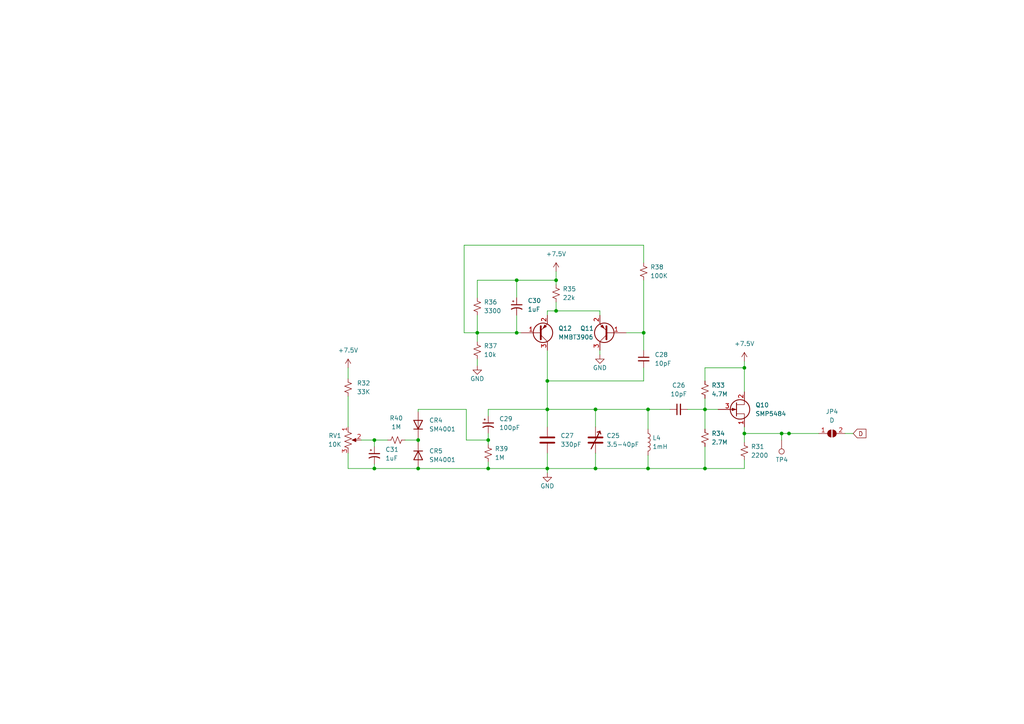
<source format=kicad_sch>
(kicad_sch (version 20221206) (generator eeschema)
  (paper "A4")
  (lib_symbols
    (symbol "Connector:TestPoint" (pin_numbers hide) (pin_names (offset 0.762) hide)
      (property "Reference" "TP" (at 0 6.858 0))
      (property "Value" "TestPoint" (at 0 5.08 0))
      (symbol "TestPoint_0_1"
        (circle (center 0 3.302) (radius 0.762))
      )
      (symbol "TestPoint_1_1"
        (pin passive line (at 0 0 90) (length 2.54) (name "1") (number "1"))
      )
    )
    (symbol "Device:C" (pin_numbers hide) (pin_names (offset 0.254))
      (property "Reference" "C" (at 0.635 2.54 0))
      (property "Value" "C" (at 0.635 -2.54 0))
      (symbol "C_0_1"
        (polyline (pts (xy -2.032 -0.762) (xy 2.032 -0.762)) (stroke (width 0.508)))
        (polyline (pts (xy -2.032 0.762) (xy 2.032 0.762)) (stroke (width 0.508)))
      )
      (symbol "C_1_1"
        (pin passive line (at 0 3.81 270) (length 2.794) (name "~") (number "1"))
        (pin passive line (at 0 -3.81 90) (length 2.794) (name "~") (number "2"))
      )
    )
    (symbol "Device:C_Polarized_Small_US" (pin_numbers hide) (pin_names (offset 0.254) hide)
      (property "Reference" "C" (at 0.254 1.778 0))
      (property "Value" "C_Polarized_Small_US" (at 0.254 -2.032 0))
      (symbol "C_Polarized_Small_US_0_1"
        (polyline (pts (xy -1.524 0.508) (xy 1.524 0.508)) (stroke (width 0.3048)))
        (polyline (pts (xy -1.27 1.524) (xy -0.762 1.524)))
        (polyline (pts (xy -1.016 1.27) (xy -1.016 1.778)))
        (arc (start 1.524 -0.762) (mid 0 -0.3734) (end -1.524 -0.762) (stroke (width 0.3048)))
      )
      (symbol "C_Polarized_Small_US_1_1"
        (pin passive line (at 0 2.54 270) (length 2.032) (name "~") (number "1"))
        (pin passive line (at 0 -2.54 90) (length 2.032) (name "~") (number "2"))
      )
    )
    (symbol "Device:C_Small" (pin_numbers hide) (pin_names (offset 0.254) hide)
      (property "Reference" "C" (at 0.254 1.778 0))
      (property "Value" "C_Small" (at 0.254 -2.032 0))
      (symbol "C_Small_0_1"
        (polyline (pts (xy -1.524 -0.508) (xy 1.524 -0.508)) (stroke (width 0.3302)))
        (polyline (pts (xy -1.524 0.508) (xy 1.524 0.508)) (stroke (width 0.3048)))
      )
      (symbol "C_Small_1_1"
        (pin passive line (at 0 2.54 270) (length 2.032) (name "~") (number "1"))
        (pin passive line (at 0 -2.54 90) (length 2.032) (name "~") (number "2"))
      )
    )
    (symbol "Device:C_Variable" (pin_numbers hide) (pin_names (offset 0.254) hide)
      (property "Reference" "C" (at 0.635 -1.905 0))
      (property "Value" "C_Variable" (at 0.635 -3.81 0))
      (symbol "C_Variable_0_1"
        (polyline (pts (xy -2.032 -0.762) (xy 2.032 -0.762)) (stroke (width 0.508)))
        (polyline (pts (xy -2.032 0.762) (xy 2.032 0.762)) (stroke (width 0.508)))
        (polyline (pts (xy 1.27 2.54) (xy -1.27 -2.54)) (stroke (width 0.3048)))
        (polyline (pts (xy 1.27 2.54) (xy 0.508 2.286)) (stroke (width 0.3048)))
        (polyline (pts (xy 1.27 2.54) (xy 1.524 1.778)) (stroke (width 0.3048)))
      )
      (symbol "C_Variable_1_1"
        (pin passive line (at 0 3.81 270) (length 3.048) (name "~") (number "1"))
        (pin passive line (at 0 -3.81 90) (length 3.048) (name "~") (number "2"))
      )
    )
    (symbol "Device:L" (pin_numbers hide) (pin_names (offset 1.016) hide)
      (property "Reference" "L" (at -1.27 0 90))
      (property "Value" "L" (at 1.905 0 90))
      (symbol "L_0_1"
        (arc (start 0 -2.54) (mid 0.6323 -1.905) (end 0 -1.27))
        (arc (start 0 -1.27) (mid 0.6323 -0.635) (end 0 0))
        (arc (start 0 0) (mid 0.6323 0.635) (end 0 1.27))
        (arc (start 0 1.27) (mid 0.6323 1.905) (end 0 2.54))
      )
      (symbol "L_1_1"
        (pin passive line (at 0 3.81 270) (length 1.27) (name "1") (number "1"))
        (pin passive line (at 0 -3.81 90) (length 1.27) (name "2") (number "2"))
      )
    )
    (symbol "Device:Q_NJFET_SDG" (pin_names (offset 0) hide)
      (property "Reference" "Q" (at 5.08 1.27 0))
      (property "Value" "Q_NJFET_SDG" (at 5.08 -1.27 0))
      (symbol "Q_NJFET_SDG_0_1"
        (polyline (pts (xy 0.254 1.905) (xy 0.254 -1.905) (xy 0.254 -1.905)) (stroke (width 0.254)))
        (polyline (pts (xy 2.54 -2.54) (xy 2.54 -1.27) (xy 0.254 -1.27)))
        (polyline (pts (xy 2.54 2.54) (xy 2.54 1.397) (xy 0.254 1.397)))
        (polyline (pts (xy 0 0) (xy -1.016 0.381) (xy -1.016 -0.381) (xy 0 0)) (fill (type outline)))
        (circle (center 1.27 0) (radius 2.8194) (stroke (width 0.254)))
      )
      (symbol "Q_NJFET_SDG_1_1"
        (pin passive line (at 2.54 -5.08 90) (length 2.54) (name "S") (number "1"))
        (pin passive line (at 2.54 5.08 270) (length 2.54) (name "D") (number "2"))
        (pin input line (at -5.08 0 0) (length 5.334) (name "G") (number "3"))
      )
    )
    (symbol "Device:R_Potentiometer_US" (pin_names (offset 1.016) hide)
      (property "Reference" "RV" (at -4.445 0 90))
      (property "Value" "R_Potentiometer_US" (at -2.54 0 90))
      (symbol "R_Potentiometer_US_0_1"
        (polyline (pts (xy 0 -2.286) (xy 0 -2.54)))
        (polyline (pts (xy 0 2.54) (xy 0 2.286)))
        (polyline (pts (xy 2.54 0) (xy 1.524 0)))
        (polyline (pts (xy 1.143 0) (xy 2.286 0.508) (xy 2.286 -0.508) (xy 1.143 0)) (fill (type outline)))
        (polyline (pts (xy 0 -0.762) (xy 1.016 -1.143) (xy 0 -1.524) (xy -1.016 -1.905) (xy 0 -2.286)))
        (polyline (pts (xy 0 0.762) (xy 1.016 0.381) (xy 0 0) (xy -1.016 -0.381) (xy 0 -0.762)))
        (polyline (pts (xy 0 2.286) (xy 1.016 1.905) (xy 0 1.524) (xy -1.016 1.143) (xy 0 0.762)))
      )
      (symbol "R_Potentiometer_US_1_1"
        (pin passive line (at 0 3.81 270) (length 1.27) (name "1") (number "1"))
        (pin passive line (at 3.81 0 180) (length 1.27) (name "2") (number "2"))
        (pin passive line (at 0 -3.81 90) (length 1.27) (name "3") (number "3"))
      )
    )
    (symbol "Device:R_Small_US" (pin_numbers hide) (pin_names (offset 0.254) hide)
      (property "Reference" "R" (at 0.762 0.508 0))
      (property "Value" "R_Small_US" (at 0.762 -1.016 0))
      (symbol "R_Small_US_1_1"
        (polyline (pts (xy 0 0) (xy 1.016 -0.381) (xy 0 -0.762) (xy -1.016 -1.143) (xy 0 -1.524)))
        (polyline (pts (xy 0 1.524) (xy 1.016 1.143) (xy 0 0.762) (xy -1.016 0.381) (xy 0 0)))
        (pin passive line (at 0 2.54 270) (length 1.016) (name "~") (number "1"))
        (pin passive line (at 0 -2.54 90) (length 1.016) (name "~") (number "2"))
      )
    )
    (symbol "Diode:SM4001" (pin_numbers hide) (pin_names (offset 1.016) hide)
      (property "Reference" "D" (at 0 2.54 0))
      (property "Value" "SM4001" (at 0 -2.54 0))
      (symbol "SM4001_0_1"
        (polyline (pts (xy -1.27 1.27) (xy -1.27 -1.27)) (stroke (width 0.254)))
        (polyline (pts (xy 1.27 0) (xy -1.27 0)))
        (polyline (pts (xy 1.27 1.27) (xy 1.27 -1.27) (xy -1.27 0) (xy 1.27 1.27)) (stroke (width 0.254)))
      )
      (symbol "SM4001_1_1"
        (pin passive line (at -3.81 0 0) (length 2.54) (name "K") (number "1"))
        (pin passive line (at 3.81 0 180) (length 2.54) (name "A") (number "2"))
      )
    )
    (symbol "Jumper:SolderJumper_2_Open" (pin_names (offset 0) hide)
      (property "Reference" "JP" (at 0 2.032 0))
      (property "Value" "SolderJumper_2_Open" (at 0 -2.54 0))
      (symbol "SolderJumper_2_Open_0_1"
        (arc (start -0.254 1.016) (mid -1.2656 0) (end -0.254 -1.016))
        (arc (start -0.254 1.016) (mid -1.2656 0) (end -0.254 -1.016) (fill (type outline)))
        (polyline (pts (xy -0.254 1.016) (xy -0.254 -1.016)))
        (polyline (pts (xy 0.254 1.016) (xy 0.254 -1.016)))
        (arc (start 0.254 -1.016) (mid 1.2656 0) (end 0.254 1.016))
        (arc (start 0.254 -1.016) (mid 1.2656 0) (end 0.254 1.016) (fill (type outline)))
      )
      (symbol "SolderJumper_2_Open_1_1"
        (pin passive line (at -3.81 0 0) (length 2.54) (name "A") (number "1"))
        (pin passive line (at 3.81 0 180) (length 2.54) (name "B") (number "2"))
      )
    )
    (symbol "Transistor_BJT:MMBT3906" (pin_names (offset 0) hide)
      (property "Reference" "Q" (at 5.08 1.905 0))
      (property "Value" "MMBT3906" (at 5.08 0 0))
      (symbol "MMBT3906_0_1"
        (polyline (pts (xy 0.635 0.635) (xy 2.54 2.54)))
        (polyline (pts (xy 0.635 -0.635) (xy 2.54 -2.54) (xy 2.54 -2.54)))
        (polyline (pts (xy 0.635 1.905) (xy 0.635 -1.905) (xy 0.635 -1.905)) (stroke (width 0.508)))
        (polyline (pts (xy 2.286 -1.778) (xy 1.778 -2.286) (xy 1.27 -1.27) (xy 2.286 -1.778) (xy 2.286 -1.778)) (fill (type outline)))
        (circle (center 1.27 0) (radius 2.8194) (stroke (width 0.254)))
      )
      (symbol "MMBT3906_1_1"
        (pin input line (at -5.08 0 0) (length 5.715) (name "B") (number "1"))
        (pin passive line (at 2.54 -5.08 90) (length 2.54) (name "E") (number "2"))
        (pin passive line (at 2.54 5.08 270) (length 2.54) (name "C") (number "3"))
      )
    )
    (symbol "power:+7.5V" (power) (pin_names (offset 0))
      (property "Value" "+7.5V" (at 0 3.556 0))
      (symbol "+7.5V_0_1"
        (polyline (pts (xy -0.762 1.27) (xy 0 2.54)))
        (polyline (pts (xy 0 0) (xy 0 2.54)))
        (polyline (pts (xy 0 2.54) (xy 0.762 1.27)))
      )
      (symbol "+7.5V_1_1"
        (pin power_in line (at 0 0 90) (length 0) hide (name "+7.5V") (number "1"))
      )
    )
    (symbol "power:GND" (power) (pin_names (offset 0))
      (property "Value" "GND" (at 0 -3.81 0))
      (symbol "GND_0_1"
        (polyline (pts (xy 0 0) (xy 0 -1.27) (xy 1.27 -1.27) (xy 0 -2.54) (xy -1.27 -1.27) (xy 0 -1.27)))
      )
      (symbol "GND_1_1"
        (pin power_in line (at 0 0 270) (length 0) hide (name "GND") (number "1"))
      )
    )
  )
  (junction (at 141.605 127.635))
  (junction (at 158.75 118.745))
  (junction (at 158.75 110.49))
  (junction (at 108.585 127.635))
  (junction (at 215.9 125.73))
  (junction (at 121.285 135.89))
  (junction (at 161.29 90.17))
  (junction (at 204.47 135.89))
  (junction (at 215.9 106.68))
  (junction (at 187.96 118.745))
  (junction (at 108.585 135.89))
  (junction (at 187.96 135.89))
  (junction (at 121.285 127.635))
  (junction (at 228.8414 125.73))
  (junction (at 172.72 118.745))
  (junction (at 149.86 96.52))
  (junction (at 204.47 118.745))
  (junction (at 226.695 125.73))
  (junction (at 141.605 135.89))
  (junction (at 186.69 96.52))
  (junction (at 149.86 81.28))
  (junction (at 158.75 135.89))
  (junction (at 161.29 81.28))
  (junction (at 138.43 96.52))
  (junction (at 172.72 135.89))
  (wire (pts (xy 215.9 125.73) (xy 226.695 125.73)))
  (wire (pts (xy 158.75 91.44) (xy 158.75 90.17)))
  (wire (pts (xy 108.585 134.62) (xy 108.585 135.89)))
  (wire (pts (xy 228.8414 125.73) (xy 228.8414 125.709)))
  (wire (pts (xy 100.965 131.445) (xy 100.965 135.89)))
  (wire (pts (xy 215.9 125.73) (xy 215.9 128.27)))
  (wire (pts (xy 204.47 118.745) (xy 208.28 118.745)))
  (wire (pts (xy 204.47 118.745) (xy 204.47 115.57)))
  (wire (pts (xy 215.9 123.825) (xy 215.9 125.73)))
  (wire (pts (xy 158.75 101.6) (xy 158.75 110.49)))
  (wire (pts (xy 173.99 91.44) (xy 173.99 90.17)))
  (wire (pts (xy 187.96 118.745) (xy 194.31 118.745)))
  (wire (pts (xy 141.605 125.73) (xy 141.605 127.635)))
  (wire (pts (xy 138.43 91.44) (xy 138.43 96.52)))
  (wire (pts (xy 186.69 110.49) (xy 158.75 110.49)))
  (wire (pts (xy 161.29 78.74) (xy 161.29 81.28)))
  (wire (pts (xy 121.285 135.89) (xy 141.605 135.89)))
  (wire (pts (xy 204.47 106.68) (xy 215.9 106.68)))
  (wire (pts (xy 172.72 118.745) (xy 187.96 118.745)))
  (wire (pts (xy 149.86 91.44) (xy 149.86 96.52)))
  (wire (pts (xy 134.62 71.12) (xy 186.69 71.12)))
  (wire (pts (xy 186.69 81.28) (xy 186.69 96.52)))
  (wire (pts (xy 172.72 118.745) (xy 172.72 123.825)))
  (wire (pts (xy 226.695 125.73) (xy 228.8414 125.73)))
  (wire (pts (xy 108.585 127.635) (xy 108.585 129.54)))
  (wire (pts (xy 173.99 101.6) (xy 173.99 102.87)))
  (wire (pts (xy 149.86 96.52) (xy 138.43 96.52)))
  (wire (pts (xy 108.585 127.635) (xy 112.395 127.635)))
  (wire (pts (xy 108.585 135.89) (xy 121.285 135.89)))
  (wire (pts (xy 158.75 118.745) (xy 158.75 123.825)))
  (wire (pts (xy 204.47 118.745) (xy 204.47 124.46)))
  (wire (pts (xy 187.96 135.89) (xy 204.47 135.89)))
  (wire (pts (xy 158.75 118.745) (xy 172.72 118.745)))
  (wire (pts (xy 161.29 90.17) (xy 161.29 87.63)))
  (wire (pts (xy 149.86 81.28) (xy 149.86 86.36)))
  (wire (pts (xy 187.96 135.89) (xy 172.72 135.89)))
  (wire (pts (xy 134.62 96.52) (xy 138.43 96.52)))
  (wire (pts (xy 158.75 90.17) (xy 161.29 90.17)))
  (wire (pts (xy 215.9 135.89) (xy 215.9 133.35)))
  (wire (pts (xy 237.49 125.73) (xy 228.8414 125.73)))
  (wire (pts (xy 100.965 135.89) (xy 108.585 135.89)))
  (wire (pts (xy 149.86 96.52) (xy 151.13 96.52)))
  (wire (pts (xy 121.285 118.745) (xy 121.285 119.38)))
  (wire (pts (xy 141.605 118.745) (xy 158.75 118.745)))
  (wire (pts (xy 104.775 127.635) (xy 108.585 127.635)))
  (wire (pts (xy 121.285 127) (xy 121.285 127.635)))
  (wire (pts (xy 135.255 118.745) (xy 121.285 118.745)))
  (wire (pts (xy 141.605 127.635) (xy 135.255 127.635)))
  (wire (pts (xy 158.75 110.49) (xy 158.75 118.745)))
  (wire (pts (xy 121.285 127.635) (xy 121.285 128.27)))
  (wire (pts (xy 186.69 96.52) (xy 186.69 101.6)))
  (wire (pts (xy 138.43 104.14) (xy 138.43 106.045)))
  (wire (pts (xy 141.605 133.985) (xy 141.605 135.89)))
  (wire (pts (xy 215.9 106.68) (xy 215.9 104.775)))
  (wire (pts (xy 141.605 135.89) (xy 158.75 135.89)))
  (wire (pts (xy 135.255 127.635) (xy 135.255 118.745)))
  (wire (pts (xy 158.75 135.89) (xy 158.75 137.16)))
  (wire (pts (xy 149.86 81.28) (xy 161.29 81.28)))
  (wire (pts (xy 199.39 118.745) (xy 204.47 118.745)))
  (wire (pts (xy 245.11 125.73) (xy 247.4789 125.73)))
  (wire (pts (xy 100.965 106.68) (xy 100.965 109.855)))
  (wire (pts (xy 187.96 132.08) (xy 187.96 135.89)))
  (wire (pts (xy 204.47 110.49) (xy 204.47 106.68)))
  (wire (pts (xy 158.75 135.89) (xy 172.72 135.89)))
  (wire (pts (xy 161.29 81.28) (xy 161.29 82.55)))
  (wire (pts (xy 100.965 114.935) (xy 100.965 123.825)))
  (wire (pts (xy 172.72 131.445) (xy 172.72 135.89)))
  (wire (pts (xy 215.9 106.68) (xy 215.9 113.665)))
  (wire (pts (xy 187.96 118.745) (xy 187.96 124.46)))
  (wire (pts (xy 161.29 90.17) (xy 173.99 90.17)))
  (wire (pts (xy 117.475 127.635) (xy 121.285 127.635)))
  (wire (pts (xy 138.43 81.28) (xy 138.43 86.36)))
  (wire (pts (xy 204.47 129.54) (xy 204.47 135.89)))
  (wire (pts (xy 204.47 135.89) (xy 215.9 135.89)))
  (wire (pts (xy 134.62 71.12) (xy 134.62 96.52)))
  (wire (pts (xy 138.43 81.28) (xy 149.86 81.28)))
  (wire (pts (xy 138.43 96.52) (xy 138.43 99.06)))
  (wire (pts (xy 181.61 96.52) (xy 186.69 96.52)))
  (wire (pts (xy 141.605 127.635) (xy 141.605 128.905)))
  (wire (pts (xy 141.605 120.65) (xy 141.605 118.745)))
  (wire (pts (xy 186.69 106.68) (xy 186.69 110.49)))
  (wire (pts (xy 226.695 125.73) (xy 226.695 127.635)))
  (wire (pts (xy 158.75 131.445) (xy 158.75 135.89)))
  (wire (pts (xy 186.69 71.12) (xy 186.69 76.2)))
  (global_label "D" (shape input) (at 247.4789 125.73 0) (property "Intersheetrefs" "${INTERSHEET_REFS}" (effects hide)))
  (symbol (lib_id "Device:R_Potentiometer_US") (at 100.965 127.635 0) (unit 1)
    (property "Reference" "RV1" (at 99.06 126.3649 0) (effects (justify right)))
    (property "Value" "10K" (at 99.06 128.9049 0) (effects (justify right)))
    (property "Footprint" "Theremin:PTV09A3015FB103" (effects hide))
    (property "Datasheet" "https://www.mouser.com/ProductDetail/652-PTV09A-3015FB103" (effects hide))
  )
  (symbol (lib_id "power:+7.5V") (at 161.29 78.74 0) (unit 1)
    (property "Reference" "#PWR0119" (effects hide))
    (property "Value" "+7.5V" (at 161.29 73.66 0))
  )
  (symbol (lib_id "Device:C_Variable") (at 172.72 127.635 0) (unit 1)
    (property "Reference" "C25" (at 175.895 126.3649 0) (effects (justify left)))
    (property "Value" "3.5-40pF" (at 175.895 128.9049 0) (effects (justify left)))
    (property "Footprint" "Theremin:CAPV_JZ400" (effects hide))
    (property "Datasheet" "https://www.mouser.com/ProductDetail/768-JZ400" (effects hide))
  )
  (symbol (lib_id "Device:R_Small_US") (at 204.47 113.03 0) (unit 1)
    (property "Reference" "R33" (at 206.375 111.7599 0) (effects (justify left)))
    (property "Value" "4.7M" (at 206.375 114.2999 0) (effects (justify left)))
    (property "Footprint" "Resistor_SMD:R_0603_1608Metric" (effects hide))
    (property "Datasheet" "https://www.mouser.com/ProductDetail/603-AC0603FR-074M7L" (effects hide))
  )
  (symbol (lib_id "Device:R_Small_US") (at 141.605 131.445 0) (unit 1)
    (property "Reference" "R39" (at 143.51 130.1749 0) (effects (justify left)))
    (property "Value" "1M" (at 143.51 132.7149 0) (effects (justify left)))
    (property "Footprint" "Resistor_SMD:R_0603_1608Metric" (effects hide))
    (property "Datasheet" "https://www.mouser.com/ProductDetail/603-AC0603FR-071ML" (effects hide))
  )
  (symbol (lib_id "Device:C_Polarized_Small_US") (at 108.585 132.08 0) (unit 1)
    (property "Reference" "C31" (at 111.76 130.3781 0) (effects (justify left)))
    (property "Value" "1uF" (at 111.76 132.9181 0) (effects (justify left)))
    (property "Footprint" "Capacitor_Tantalum_SMD:CP_EIA-2012-12_Kemet-R_Pad1.30x1.05mm_HandSolder" (effects hide))
    (property "Datasheet" "https://www.mouser.com/ProductDetail/74-TMCP1E105KTRF" (effects hide))
  )
  (symbol (lib_id "Device:R_Small_US") (at 100.965 112.395 0) (unit 1)
    (property "Reference" "R32" (at 103.505 111.1249 0) (effects (justify left)))
    (property "Value" "33K" (at 103.505 113.6649 0) (effects (justify left)))
    (property "Footprint" "Resistor_SMD:R_0603_1608Metric" (effects hide))
    (property "Datasheet" "https://www.mouser.com/ProductDetail/603-RC0603FR-1333KL" (effects hide))
  )
  (symbol (lib_id "Device:R_Small_US") (at 215.9 130.81 0) (unit 1)
    (property "Reference" "R31" (at 217.805 129.5399 0) (effects (justify left)))
    (property "Value" "2200" (at 217.805 132.0799 0) (effects (justify left)))
    (property "Footprint" "Resistor_SMD:R_0603_1608Metric" (effects hide))
    (property "Datasheet" "https://www.mouser.com/ProductDetail/603-RC0603FR-102K2L" (effects hide))
  )
  (symbol (lib_id "Device:R_Small_US") (at 186.69 78.74 0) (unit 1)
    (property "Reference" "R38" (at 188.595 77.4699 0) (effects (justify left)))
    (property "Value" "100K" (at 188.595 80.0099 0) (effects (justify left)))
    (property "Footprint" "Resistor_SMD:R_0603_1608Metric" (effects hide))
    (property "Datasheet" "https://www.mouser.com/ProductDetail/603-RC0603FR-07100KL" (effects hide))
  )
  (symbol (lib_id "power:GND") (at 173.99 102.87 0) (unit 1)
    (property "Reference" "#PWR0116" (effects hide))
    (property "Value" "GND" (at 173.99 106.68 0))
  )
  (symbol (lib_id "Device:Q_NJFET_SDG") (at 213.36 118.745 0) (unit 1)
    (property "Reference" "Q10" (at 219.075 117.4749 0) (effects (justify left)))
    (property "Value" "SMP5484" (at 219.075 120.0149 0) (effects (justify left)))
    (property "Footprint" "Package_TO_SOT_SMD:SOT-23" (effects hide))
    (property "Datasheet" "https://www.mouser.com/ProductDetail/106-SMP5484" (effects hide))
  )
  (symbol (lib_id "power:+7.5V") (at 100.965 106.68 0) (unit 1)
    (property "Reference" "#PWR0121" (effects hide))
    (property "Value" "+7.5V" (at 100.965 101.6 0))
  )
  (symbol (lib_id "Device:C_Small") (at 186.69 104.14 0) (unit 1)
    (property "Reference" "C28" (at 189.865 102.8762 0) (effects (justify left)))
    (property "Value" "10pF" (at 189.865 105.4162 0) (effects (justify left)))
    (property "Footprint" "Capacitor_SMD:C_0603_1608Metric" (effects hide))
    (property "Datasheet" "https://www.mouser.com/ProductDetail/80-C0603C100K3RAUTO" (effects hide))
  )
  (symbol (lib_id "Device:C") (at 158.75 127.635 0) (unit 1)
    (property "Reference" "C27" (at 162.56 126.3649 0) (effects (justify left)))
    (property "Value" "330pF" (at 162.56 128.9049 0) (effects (justify left)))
    (property "Footprint" "Capacitor_SMD:C_1812_4532Metric_Pad1.57x3.40mm_HandSolder" (effects hide))
    (property "Datasheet" "https://www.mouser.com/ProductDetail/598-MC18FD331J-TF" (effects hide))
  )
  (symbol (lib_id "Device:C_Polarized_Small_US") (at 141.605 123.19 0) (unit 1)
    (property "Reference" "C29" (at 144.78 121.4881 0) (effects (justify left)))
    (property "Value" "100pF" (at 144.78 124.0281 0) (effects (justify left)))
    (property "Footprint" "Capacitor_SMD:C_0603_1608Metric" (effects hide))
    (property "Datasheet" "https://www.mouser.com/ProductDetail/80-C0603C101K8RAUTO" (effects hide))
  )
  (symbol (lib_id "power:+7.5V") (at 215.9 104.775 0) (unit 1)
    (property "Reference" "#PWR0117" (effects hide))
    (property "Value" "+7.5V" (at 215.9 99.695 0))
  )
  (symbol (lib_id "Device:R_Small_US") (at 114.935 127.635 90) (unit 1)
    (property "Reference" "R40" (at 114.935 121.285 90))
    (property "Value" "1M" (at 114.935 123.825 90))
    (property "Footprint" "Resistor_SMD:R_0603_1608Metric" (effects hide))
    (property "Datasheet" "https://www.mouser.com/ProductDetail/603-AC0603FR-071ML" (effects hide))
  )
  (symbol (lib_id "Transistor_BJT:MMBT3906") (at 176.53 96.52 180) (unit 1)
    (property "Reference" "Q11" (at 168.275 95.25 0) (effects (justify right)))
    (property "Value" "MMBT3906" (effects hide))
    (property "Footprint" "Package_TO_SOT_SMD:SOT-23" (effects hide))
    (property "Datasheet" "https://www.mouser.com/ProductDetail/726-MMBT3906LT1" (effects hide))
  )
  (symbol (lib_id "Diode:SM4001") (at 121.285 123.19 90) (unit 1)
    (property "Reference" "CR4" (at 124.46 121.9199 90) (effects (justify right)))
    (property "Value" "SM4001" (at 124.46 124.4599 90) (effects (justify right)))
    (property "Footprint" "Diode_SMD:D_MELF" (effects hide))
    (property "Datasheet" "https://www.mouser.com/ProductDetail/637-SM4001" (effects hide))
  )
  (symbol (lib_id "Device:R_Small_US") (at 138.43 88.9 0) (unit 1)
    (property "Reference" "R36" (at 140.335 87.6299 0) (effects (justify left)))
    (property "Value" "3300" (at 140.335 90.1699 0) (effects (justify left)))
    (property "Footprint" "Resistor_SMD:R_0603_1608Metric" (effects hide))
    (property "Datasheet" "https://www.mouser.com/ProductDetail/603-RC0603FR-103K3L" (effects hide))
  )
  (symbol (lib_id "Device:L") (at 187.96 128.27 0) (unit 1)
    (property "Reference" "L4" (at 189.23 126.9999 0) (effects (justify left)))
    (property "Value" "1mH" (at 189.23 129.5399 0) (effects (justify left)))
    (property "Footprint" "Theremin:L_1812_4532Metric" (effects hide))
    (property "Datasheet" "https://www.mouser.com/ProductDetail/807-5022R-102J" (effects hide))
  )
  (symbol (lib_id "Device:C_Polarized_Small_US") (at 149.86 88.9 0) (unit 1)
    (property "Reference" "C30" (at 153.035 87.1981 0) (effects (justify left)))
    (property "Value" "1uF" (at 153.035 89.7381 0) (effects (justify left)))
    (property "Footprint" "Capacitor_Tantalum_SMD:CP_EIA-2012-12_Kemet-R_Pad1.30x1.05mm_HandSolder" (effects hide))
    (property "Datasheet" "https://www.mouser.com/ProductDetail/74-TMCP1E105KTRF" (effects hide))
  )
  (symbol (lib_id "power:GND") (at 158.75 137.16 0) (unit 1)
    (property "Reference" "#PWR0118" (effects hide))
    (property "Value" "GND" (at 158.75 140.97 0))
  )
  (symbol (lib_id "Device:C_Small") (at 196.85 118.745 90) (unit 1)
    (property "Reference" "C26" (at 196.8563 111.76 90))
    (property "Value" "10pF" (at 196.8563 114.3 90))
    (property "Footprint" "Capacitor_SMD:C_0603_1608Metric" (effects hide))
    (property "Datasheet" "https://www.mouser.com/ProductDetail/80-C0603C100K3RAUTO" (effects hide))
  )
  (symbol (lib_id "Connector:TestPoint") (at 226.695 127.635 180) (unit 1)
    (property "Reference" "TP4" (at 228.6 133.35 0) (effects (justify left)))
    (property "Value" "TestPoint" (effects hide))
    (property "Footprint" "TestPoint:TestPoint_Loop_D1.80mm_Drill1.0mm_Beaded" (effects hide))
    (property "Datasheet" "https://www.mouser.com/ProductDetail/Keystone-Electronics/5002" (effects hide))
  )
  (symbol (lib_id "Jumper:SolderJumper_2_Open") (at 241.3 125.73 0) (unit 1)
    (property "Reference" "JP4" (at 241.3 119.38 0))
    (property "Value" "D" (at 241.3 121.92 0))
    (property "Footprint" "Jumper:SolderJumper-2_P1.3mm_Open_RoundedPad1.0x1.5mm" (effects hide))
  )
  (symbol (lib_id "Diode:SM4001") (at 121.285 132.08 270) (unit 1)
    (property "Reference" "CR5" (at 124.46 130.8099 90) (effects (justify left)))
    (property "Value" "SM4001" (at 124.46 133.3499 90) (effects (justify left)))
    (property "Footprint" "Diode_SMD:D_MELF" (effects hide))
    (property "Datasheet" "https://www.mouser.com/ProductDetail/637-SM4001" (effects hide))
  )
  (symbol (lib_id "power:GND") (at 138.43 106.045 0) (unit 1)
    (property "Reference" "#PWR0120" (effects hide))
    (property "Value" "GND" (at 138.43 109.855 0))
  )
  (symbol (lib_id "Device:R_Small_US") (at 138.43 101.6 0) (unit 1)
    (property "Reference" "R37" (at 140.335 100.3299 0) (effects (justify left)))
    (property "Value" "10k" (at 140.335 102.8699 0) (effects (justify left)))
    (property "Footprint" "Resistor_SMD:R_0603_1608Metric" (effects hide))
    (property "Datasheet" "https://www.mouser.com/ProductDetail/603-RC0603FR-0710KL" (effects hide))
  )
  (symbol (lib_id "Device:R_Small_US") (at 161.29 85.09 180) (unit 1)
    (property "Reference" "R35" (at 163.195 83.8199 0) (effects (justify right)))
    (property "Value" "22k" (at 163.195 86.3599 0) (effects (justify right)))
    (property "Footprint" "Resistor_SMD:R_0603_1608Metric" (effects hide))
    (property "Datasheet" "https://www.mouser.com/ProductDetail/603-RC0603FR-0722KL" (effects hide))
  )
  (symbol (lib_id "Transistor_BJT:MMBT3906") (at 156.21 96.52 0) (mirror x) (unit 1)
    (property "Reference" "Q12" (at 161.925 95.2499 0) (effects (justify left)))
    (property "Value" "MMBT3906" (at 161.925 97.7899 0) (effects (justify left)))
    (property "Footprint" "Package_TO_SOT_SMD:SOT-23" (effects hide))
    (property "Datasheet" "https://www.mouser.com/ProductDetail/726-MMBT3906LT1" (effects hide))
  )
  (symbol (lib_id "Device:R_Small_US") (at 204.47 127 0) (unit 1)
    (property "Reference" "R34" (at 206.375 125.7299 0) (effects (justify left)))
    (property "Value" "2.7M" (at 206.375 128.2699 0) (effects (justify left)))
    (property "Footprint" "Resistor_SMD:R_0603_1608Metric" (effects hide))
    (property "Datasheet" "https://www.mouser.com/ProductDetail/603-RC0603FR-072M7L" (effects hide))
  )
)
</source>
